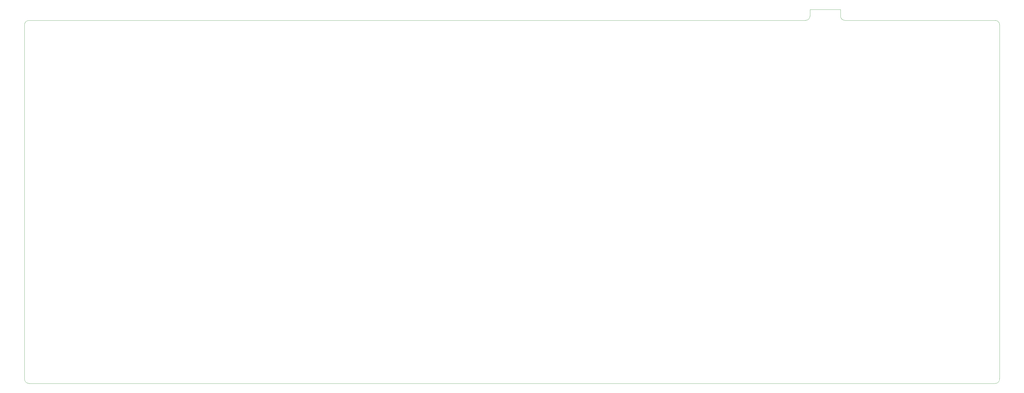
<source format=gm1>
G04 #@! TF.GenerationSoftware,KiCad,Pcbnew,(6.0.10)*
G04 #@! TF.CreationDate,2023-01-06T23:45:31-05:00*
G04 #@! TF.ProjectId,2ndKeyboard,326e644b-6579-4626-9f61-72642e6b6963,rev?*
G04 #@! TF.SameCoordinates,Original*
G04 #@! TF.FileFunction,Profile,NP*
%FSLAX46Y46*%
G04 Gerber Fmt 4.6, Leading zero omitted, Abs format (unit mm)*
G04 Created by KiCad (PCBNEW (6.0.10)) date 2023-01-06 23:45:31*
%MOMM*%
%LPD*%
G01*
G04 APERTURE LIST*
G04 #@! TA.AperFunction,Profile*
%ADD10C,0.100000*%
G04 #@! TD*
G04 APERTURE END LIST*
D10*
X44412506Y-21780000D02*
X327183750Y-21748750D01*
X42825006Y-23367500D02*
X42825000Y-152657468D01*
X327183750Y-21748750D02*
G75*
G03*
X328771250Y-20161250I-50J1587550D01*
G01*
X328771250Y-20161250D02*
X328771250Y-17780000D01*
X44412506Y-21780006D02*
G75*
G03*
X42825006Y-23367500I94J-1587594D01*
G01*
X328771250Y-17780000D02*
X339883750Y-17780000D01*
X396040000Y-154280000D02*
G75*
G03*
X397790000Y-152530000I149300J1600700D01*
G01*
X42825032Y-152657468D02*
G75*
G03*
X44412500Y-154244968I1587568J68D01*
G01*
X339883750Y-17780000D02*
X339883750Y-20161250D01*
X397790000Y-23336250D02*
X397790000Y-152530000D01*
X44412500Y-154244968D02*
X396040000Y-154280000D01*
X397789950Y-23336250D02*
G75*
G03*
X396202500Y-21748750I-1587450J50D01*
G01*
X341471250Y-21748750D02*
X396202500Y-21748750D01*
X339883750Y-20161250D02*
G75*
G03*
X341471250Y-21748750I1587450J-50D01*
G01*
M02*

</source>
